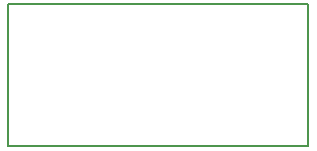
<source format=gbr>
%TF.GenerationSoftware,KiCad,Pcbnew,no-vcs-found-72d4889~60~ubuntu17.04.1*%
%TF.CreationDate,2017-10-28T15:15:39+11:00*%
%TF.ProjectId,capslock,636170736C6F636B2E6B696361645F70,1.00*%
%TF.SameCoordinates,PX60e4b00PY3bf3e68*%
%TF.FileFunction,Profile,NP*%
%FSLAX46Y46*%
G04 Gerber Fmt 4.6, Leading zero omitted, Abs format (unit mm)*
G04 Created by KiCad (PCBNEW no-vcs-found-72d4889~60~ubuntu17.04.1) date Sat Oct 28 15:15:39 2017*
%MOMM*%
%LPD*%
G01*
G04 APERTURE LIST*
%ADD10C,0.150000*%
G04 APERTURE END LIST*
D10*
X0Y0D02*
X25400000Y0D01*
X0Y0D02*
X0Y12065000D01*
X25400000Y12065000D02*
X25400000Y0D01*
X0Y12065000D02*
X25400000Y12065000D01*
M02*

</source>
